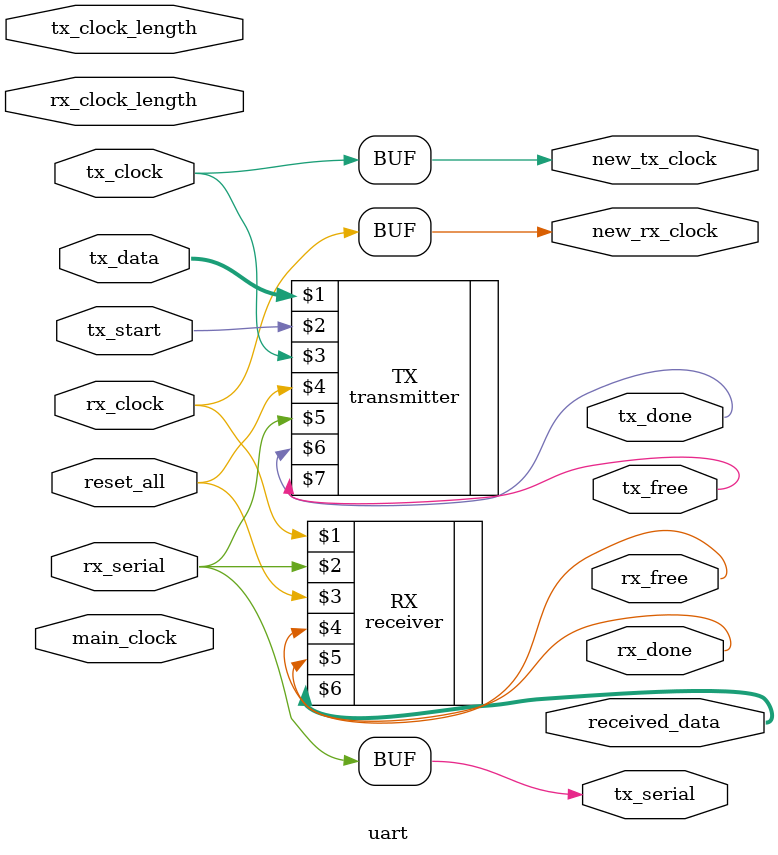
<source format=v>
`timescale 1ns / 1ps

module uart(
    input reset_all,
    input main_clock,            /*the main clock of the system*/
    /*transmitter---------------------------------------------------------------------------------------------*/
    input [7:0]tx_data,          /*the data to send*/
    input tx_start,              /*to start sending pull this HIGH*/
    input tx_clock,              /*transmitter clock*/
    output tx_serial,            /*transmiting line*/
    output tx_done,              /*indication for complete sending*/
    output tx_free,              /*indication for free transmition*/
    /*receiver------------------------------------------------------------------------------------------------*/
    input rx_clock,                 /*receiver clock*/
    input rx_serial,                /*receiving line*/
    output rx_free,                 /*indication for free receiver*/
    output rx_done,                 /*indication for receiving completed successfully*/
    output [7:0]received_data,     /*register of received data*/
    /*digital clock-------------------------------------------------------------------------------------------*/
//    input clock,                    /*clock for the digital clock*/
//    input set_clock,                /*active high to set the clock to a spicified time and date*/
//    input [5:0]seconds_in,
//    input [5:0]minutes_in,
//    input [4:0]hours_in,
//    input [4:0]days_in,
//    input [3:0]months_in,
//    output [5:0]seconds,            /*seconds*/
//    output [5:0]minutes,            /*minutes*/
//    output [4:0]hours,              /*hours*/
//    output [4:0]days,               /*days*/
//    output [3:0]months,             /*months*/
//    output start_uart_time,         /*connect this to tx_start to start transmition using timer*/
    /*temerature sensor---------------------------------------------------------------------------------------*/
//    input [7:0]sensor_signal,       /*sensor reading input*/
//    output alarm,                   /*alarm line*/
//    output start_uart_temp,         /*to enable sending*/
//    output en_system,               /*switch the system on/off*/
//    output [7:0]send_temp,          /*temperature to send to pc*/
    /*frequency divider---------------------------------------------------------------------------------------*/
    input [29:0]tx_clock_length,    /*the wave length of new clock*/
    input [29:0]rx_clock_length,    /*the wave length of new clock*/
    output new_tx_clock,            /*the divider's new clock output*/
    output new_rx_clock             /*the divider's new clock output*/
    /*MCU----------------------------------------------------------------------------------------------------*/
//    input MCU_clock,
//    output start_uart
    );
    
    assign rx_serial = tx_serial;
//    assign tx_start = start_uart;
    assign tx_clock = new_tx_clock;
    assign rx_clock = new_rx_clock;
//    assign MCU_clock = main_clock;
    
//    frequency_divider TX_clock(main_clock,tx_clock_length,reset_all,new_tx_clock);
//    frequency_divider RX_clock(main_clock,rx_clock_length,reset_all,new_rx_clock);

    transmitter TX(tx_data,tx_start,tx_clock,reset_all,tx_serial,tx_done,tx_free);
    receiver RX(rx_clock,rx_serial,reset_all,rx_free,rx_done,received_data);
    
//    clock_generator time_counter(clock,reset_all,set_clock,seconds_in,minutes_in,hours_in,days_in,months_in,
//                                    seconds,minutes,hours,days,months,start_uart_time);
    
//    temperature_sensor temp_sensor(sensor_signal,reset_all,alarm,start_uart_temp,en_system,send_temp);
    
//    MCU mcu(MCU_clock,reset_all,send_temp,start_uart_time,start_uart_temp,tx_done,tx_data,start_uart);
endmodule

</source>
